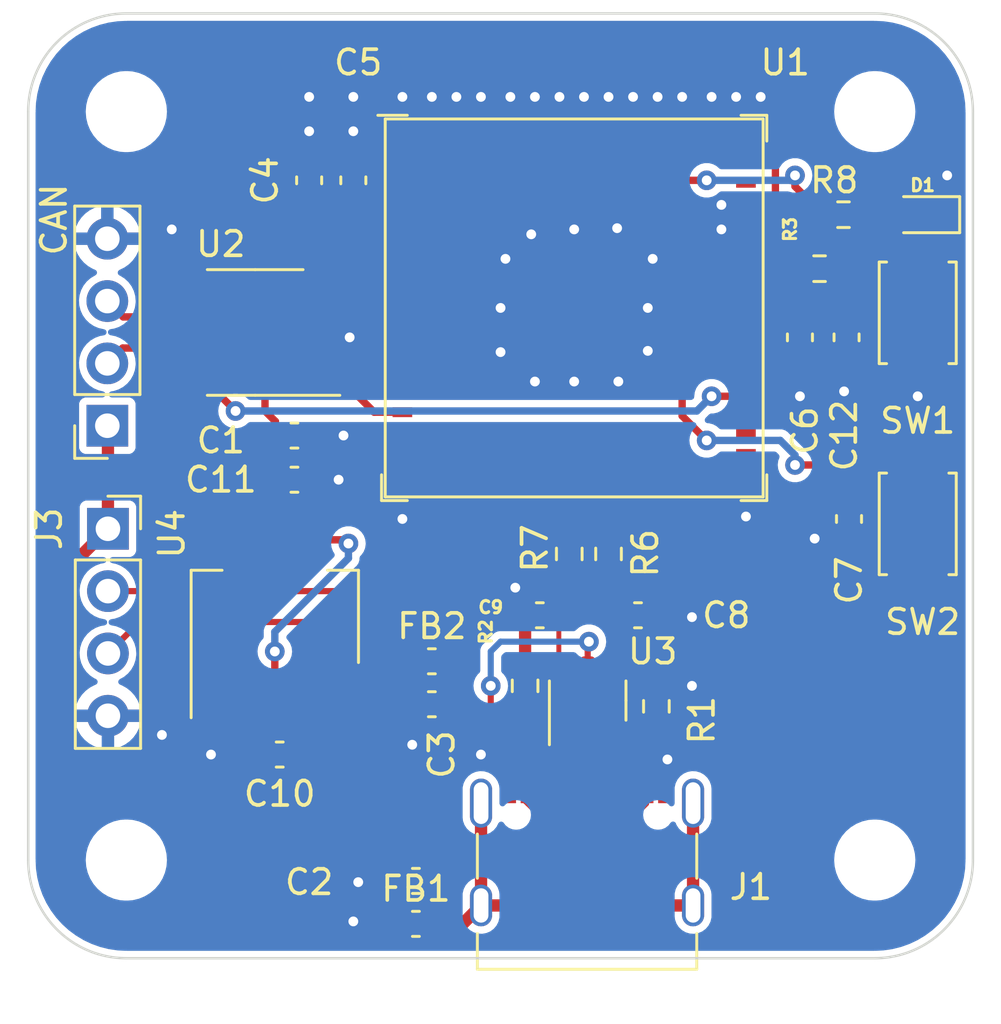
<source format=kicad_pcb>
(kicad_pcb (version 20211014) (generator pcbnew)
  (title_block (comment 4 "AISLER Project ID: DSACEIQH"))
  (layers (0 "F.Cu" signal) (31 "B.Cu" signal) (34 "B.Paste" user) (35 "F.Paste" user) (36 "B.SilkS" user "B.Silkscreen") (37 "F.SilkS" user "F.Silkscreen") (38 "B.Mask" user) (39 "F.Mask" user) (44 "Edge.Cuts" user))
  (net 0 "")
  (net 1 "GND")
  (net 2 "+3.3V")
  (net 3 "/BOOT")
  (net 4 "/IO1")
  (net 5 "/IO2")
  (net 6 "/IO3")
  (net 7 "/IO4")
  (net 8 "/IO5")
  (net 9 "/IO6")
  (net 10 "/IO7")
  (net 11 "/IO13")
  (net 12 "/IO14")
  (net 13 "/IO10")
  (net 14 "/IO11")
  (net 15 "/IO12")
  (net 16 "/CAN_Rx")
  (net 17 "/CAN_Tx")
  (net 18 "/IO15")
  (net 19 "/IO16")
  (net 20 "Net-(C2-Pad2)")
  (net 21 "Net-(D1-Pad2)")
  (net 23 "/IO21")
  (net 24 "/IO26")
  (net 25 "/IO47")
  (net 26 "/IO33")
  (net 27 "/IO34")
  (net 28 "/IO48")
  (net 29 "/IO35")
  (net 30 "/IO36")
  (net 31 "/IO37")
  (net 32 "/CAN_Rs")
  (net 33 "/IO39")
  (net 34 "/IO40")
  (net 35 "/IO41")
  (net 36 "/IO42")
  (net 37 "/IO43")
  (net 38 "/IO44")
  (net 39 "/IO45")
  (net 40 "/IO46")
  (net 41 "/EN")
  (net 43 "/CAN_L")
  (net 44 "/CAN_H")
  (net 45 "/D-")
  (net 46 "/D+")
  (net 47 "/USB_D+")
  (net 48 "VBUS")
  (net 49 "/USB_D-")
  (net 50 "+5V")
  (net 51 "Net-(J1-PadB5)")
  (net 52 "Net-(J1-PadA5)")
  (net 53 "/UART_TX")
  (net 54 "/UART_RX")
  (net 56 "Net-(R6-Pad2)")
  (net 57 "Net-(R7-Pad2)")
  (footprint "Capacitor_SMD:C_0603_1608Metric" (layer "F.Cu") (at 177.1 67.2 -90)
    (fp_text reference "C12" (at 4 0.1 90) (layer "F.SilkS"))
    (fp_text value "0.1uF")
    (pad "1" smd roundrect (at -0.775 0 270) (size 0.9 0.95) (layers "F.Cu" "F.Paste" "F.Mask") (net 41 "/EN"))
    (pad "2" smd roundrect (at 0.775 0 270) (size 0.9 0.95) (layers "F.Cu" "F.Paste" "F.Mask") (net 1 "GND"))
  )
  (footprint "Capacitor_SMD:C_0603_1608Metric" (layer "F.Cu") (at 155.2 60.8 90)
    (fp_text reference "C4" (at 0 -1.8 90) (layer "F.SilkS"))
    (fp_text value "22u")
    (pad "1" smd roundrect (at -0.775 0 90) (size 0.9 0.95) (layers "F.Cu" "F.Paste" "F.Mask") (net 2 "+3.3V"))
    (pad "2" smd roundrect (at 0.775 0 90) (size 0.9 0.95) (layers "F.Cu" "F.Paste" "F.Mask") (net 1 "GND"))
  )
  (footprint "Capacitor_SMD:C_0603_1608Metric" (layer "F.Cu") (at 159.55 89.35)
    (fp_text reference "C2" (at -4.35 0.05) (layer "F.SilkS"))
    (fp_text value "0.1u")
    (pad "1" smd roundrect (at -0.775 0) (size 0.9 0.95) (layers "F.Cu" "F.Paste" "F.Mask") (net 1 "GND"))
    (pad "2" smd roundrect (at 0.775 0) (size 0.9 0.95) (layers "F.Cu" "F.Paste" "F.Mask") (net 20 "Net-(C2-Pad2)"))
  )
  (footprint "Capacitor_SMD:C_0603_1608Metric" (layer "F.Cu") (at 157 60.8 90)
    (fp_text reference "C5" (at 4.8 0.2) (layer "F.SilkS"))
    (fp_text value "0.1u")
    (pad "1" smd roundrect (at -0.775 0 90) (size 0.9 0.95) (layers "F.Cu" "F.Paste" "F.Mask") (net 2 "+3.3V"))
    (pad "2" smd roundrect (at 0.775 0 90) (size 0.9 0.95) (layers "F.Cu" "F.Paste" "F.Mask") (net 1 "GND"))
  )
  (footprint "Connector_USB:USB_C_Receptacle_Palconn_UTC16-G" (layer "F.Cu") (at 166.525 88.11)
    (fp_text reference "J1" (at 6.675 1.49) (layer "F.SilkS"))
    (fp_text value "USB_C_Receptacle_USB2.0")
    (pad "" np_thru_hole circle (at -2.89 -1.45 180) (size 0.6 0.6) (drill 0.6) (layers *.Cu *.Mask))
    (pad "" np_thru_hole circle (at 2.89 -1.45 180) (size 0.6 0.6) (drill 0.6) (layers *.Cu *.Mask))
    (pad "A1" smd rect (at -3.2 -2.51) (size 0.6 1.16) (layers "F.Cu" "F.Paste" "F.Mask") (net 1 "GND"))
    (pad "A4" smd rect (at -2.4 -2.51) (size 0.6 1.16) (layers "F.Cu" "F.Paste" "F.Mask") (net 48 "VBUS"))
    (pad "A5" smd rect (at -1.25 -2.51 180) (size 0.3 1.16) (layers "F.Cu" "F.Paste" "F.Mask") (net 52 "Net-(J1-PadA5)"))
    (pad "A6" smd rect (at -0.25 -2.51 180) (size 0.3 1.16) (layers "F.Cu" "F.Paste" "F.Mask") (net 46 "/D+"))
    (pad "A7" smd rect (at 0.25 -2.51 180) (size 0.3 1.16) (layers "F.Cu" "F.Paste" "F.Mask") (net 45 "/D-"))
    (pad "A8" smd rect (at 1.25 -2.51 180) (size 0.3 1.16) (layers "F.Cu" "F.Paste" "F.Mask"))
    (pad "A9" smd rect (at 2.4 -2.51) (size 0.6 1.16) (layers "F.Cu" "F.Paste" "F.Mask") (net 48 "VBUS"))
    (pad "A12" smd rect (at 3.2 -2.51) (size 0.6 1.16) (layers "F.Cu" "F.Paste" "F.Mask") (net 1 "GND"))
    (pad "B1" smd rect (at 3.2 -2.51) (size 0.6 1.16) (layers "F.Cu" "F.Paste" "F.Mask") (net 1 "GND"))
    (pad "B4" smd rect (at 2.4 -2.51) (size 0.6 1.16) (layers "F.Cu" "F.Paste" "F.Mask") (net 48 "VBUS"))
    (pad "B5" smd rect (at 1.75 -2.51 180) (size 0.3 1.16) (layers "F.Cu" "F.Paste" "F.Mask") (net 51 "Net-(J1-PadB5)"))
    (pad "B6" smd rect (at 0.75 -2.51 180) (size 0.3 1.16) (layers "F.Cu" "F.Paste" "F.Mask") (net 46 "/D+"))
    (pad "B7" smd rect (at -0.75 -2.51 180) (size 0.3 1.16) (layers "F.Cu" "F.Paste" "F.Mask") (net 45 "/D-"))
    (pad "B8" smd rect (at -1.75 -2.51 180) (size 0.3 1.16) (layers "F.Cu" "F.Paste" "F.Mask"))
    (pad "B9" smd rect (at -2.4 -2.51) (size 0.6 1.16) (layers "F.Cu" "F.Paste" "F.Mask") (net 48 "VBUS"))
    (pad "B12" smd rect (at -3.2 -2.51) (size 0.6 1.16) (layers "F.Cu" "F.Paste" "F.Mask") (net 1 "GND"))
    (pad "S1" thru_hole oval (at -4.32 2.24 90) (size 1.7 0.9) (drill oval 1.4 0.6) (layers *.Cu *.Mask) (net 20 "Net-(C2-Pad2)"))
    (pad "S1" thru_hole oval (at 4.32 2.24 90) (size 1.7 0.9) (drill oval 1.4 0.6) (layers *.Cu *.Mask) (net 20 "Net-(C2-Pad2)"))
    (pad "S1" thru_hole oval (at 4.32 -1.93 90) (size 2 0.9) (drill oval 1.7 0.6) (layers *.Cu *.Mask) (net 20 "Net-(C2-Pad2)"))
    (pad "S1" thru_hole oval (at -4.32 -1.93 90) (size 2 0.9) (drill oval 1.7 0.6) (layers *.Cu *.Mask) (net 20 "Net-(C2-Pad2)"))
  )
  (footprint "Capacitor_SMD:C_0603_1608Metric" (layer "F.Cu") (at 154 84.2 180)
    (fp_text reference "C10" (at 0 -1.6) (layer "F.SilkS"))
    (fp_text value "10u")
    (pad "1" smd roundrect (at -0.775 0 180) (size 0.9 0.95) (layers "F.Cu" "F.Paste" "F.Mask") (net 50 "+5V"))
    (pad "2" smd roundrect (at 0.775 0 180) (size 0.9 0.95) (layers "F.Cu" "F.Paste" "F.Mask") (net 1 "GND"))
  )
  (footprint "Package_TO_SOT_SMD:SOT-23-6" (layer "F.Cu") (at 166.55 82 90)
    (fp_text reference "U3" (at 2 2.65) (layer "F.SilkS"))
    (fp_text value "USBLC6-2SC6")
    (pad "1" smd roundrect (at -1.1375 -0.95 90) (size 1.325 0.6) (layers "F.Cu" "F.Paste" "F.Mask") (net 45 "/D-"))
    (pad "2" smd roundrect (at -1.1375 0 90) (size 1.325 0.6) (layers "F.Cu" "F.Paste" "F.Mask") (net 1 "GND"))
    (pad "3" smd roundrect (at -1.1375 0.95 90) (size 1.325 0.6) (layers "F.Cu" "F.Paste" "F.Mask") (net 46 "/D+"))
    (pad "4" smd roundrect (at 1.1375 0.95 90) (size 1.325 0.6) (layers "F.Cu" "F.Paste" "F.Mask") (net 47 "/USB_D+"))
    (pad "5" smd roundrect (at 1.1375 0 90) (size 1.325 0.6) (layers "F.Cu" "F.Paste" "F.Mask") (net 48 "VBUS"))
    (pad "6" smd roundrect (at 1.1375 -0.95 90) (size 1.325 0.6) (layers "F.Cu" "F.Paste" "F.Mask") (net 49 "/USB_D-"))
  )
  (footprint "Connector_PinSocket_2.54mm:PinSocket_1x04_P2.54mm_Vertical" (layer "F.Cu") (at 147 75)
    (fp_text reference "J3" (at -2.4 0 90) (layer "F.SilkS"))
    (fp_text value "UART")
    (pad "1" thru_hole rect (at 0 0) (size 1.7 1.7) (drill 1) (layers *.Cu *.Mask) (net 50 "+5V"))
    (pad "2" thru_hole oval (at 0 2.54) (size 1.7 1.7) (drill 1) (layers *.Cu *.Mask) (net 53 "/UART_TX"))
    (pad "3" thru_hole oval (at 0 5.08) (size 1.7 1.7) (drill 1) (layers *.Cu *.Mask) (net 54 "/UART_RX"))
    (pad "4" thru_hole oval (at 0 7.62) (size 1.7 1.7) (drill 1) (layers *.Cu *.Mask) (net 1 "GND"))
  )
  (footprint "Capacitor_SMD:C_0603_1608Metric" (layer "F.Cu") (at 159.55 91.1)
    (fp_text reference "FB1" (at 0 -1.43) (layer "F.SilkS"))
    (fp_text value ">1A")
    (pad "1" smd roundrect (at -0.775 0) (size 0.9 0.95) (layers "F.Cu" "F.Paste" "F.Mask") (net 1 "GND"))
    (pad "2" smd roundrect (at 0.775 0) (size 0.9 0.95) (layers "F.Cu" "F.Paste" "F.Mask") (net 20 "Net-(C2-Pad2)"))
  )
  (footprint "Capacitor_SMD:C_0603_1608Metric" (layer "F.Cu") (at 164.6 78.525 180)
    (fp_text reference "C9" (at 2 0.325) (layer "F.SilkS") (effects (font (size 0.5 0.5) (thickness 0.125))))
    (fp_text value "22p")
    (pad "1" smd roundrect (at -0.775 0 180) (size 0.9 0.95) (layers "F.Cu" "F.Paste" "F.Mask") (net 49 "/USB_D-"))
    (pad "2" smd roundrect (at 0.775 0 180) (size 0.9 0.95) (layers "F.Cu" "F.Paste" "F.Mask") (net 1 "GND"))
  )
  (footprint "Resistor_SMD:R_0603_1608Metric" (layer "F.Cu") (at 164 81.4 90)
    (fp_text reference "R2" (at 2.2 -1.6 90) (layer "F.SilkS") (effects (font (size 0.5 0.5) (thickness 0.125))))
    (fp_text value "5.1k")
    (pad "1" smd roundrect (at -0.825 0 90) (size 0.8 0.95) (layers "F.Cu" "F.Paste" "F.Mask") (net 52 "Net-(J1-PadA5)"))
    (pad "2" smd roundrect (at 0.825 0 90) (size 0.8 0.95) (layers "F.Cu" "F.Paste" "F.Mask") (net 1 "GND"))
  )
  (footprint "Capacitor_SMD:C_0603_1608Metric" (layer "F.Cu") (at 160.2 80.4)
    (fp_text reference "FB2" (at 0 -1.43) (layer "F.SilkS"))
    (fp_text value ">1A")
    (pad "1" smd roundrect (at -0.775 0) (size 0.9 0.95) (layers "F.Cu" "F.Paste" "F.Mask") (net 50 "+5V"))
    (pad "2" smd roundrect (at 0.775 0) (size 0.9 0.95) (layers "F.Cu" "F.Paste" "F.Mask") (net 48 "VBUS"))
  )
  (footprint "Connector_PinSocket_2.54mm:PinSocket_1x04_P2.54mm_Vertical" (layer "F.Cu") (at 146.975 70.8 180)
    (fp_text reference "J2")
    (fp_text value "CAN" (at 2.175 8.4 90) (layer "F.SilkS"))
    (pad "1" thru_hole rect (at 0 0 180) (size 1.7 1.7) (drill 1) (layers *.Cu *.Mask) (net 50 "+5V"))
    (pad "2" thru_hole oval (at 0 2.54 180) (size 1.7 1.7) (drill 1) (layers *.Cu *.Mask) (net 44 "/CAN_H"))
    (pad "3" thru_hole oval (at 0 5.08 180) (size 1.7 1.7) (drill 1) (layers *.Cu *.Mask) (net 43 "/CAN_L"))
    (pad "4" thru_hole oval (at 0 7.62 180) (size 1.7 1.7) (drill 1) (layers *.Cu *.Mask) (net 1 "GND"))
  )
  (footprint "Capacitor_SMD:C_0603_1608Metric" (layer "F.Cu") (at 177.2 74.6 -90)
    (fp_text reference "C7" (at 2.5 0 90) (layer "F.SilkS"))
    (fp_text value "0.1u")
    (pad "1" smd roundrect (at -0.775 0 270) (size 0.9 0.95) (layers "F.Cu" "F.Paste" "F.Mask") (net 3 "/BOOT"))
    (pad "2" smd roundrect (at 0.775 0 270) (size 0.9 0.95) (layers "F.Cu" "F.Paste" "F.Mask") (net 1 "GND"))
  )
  (footprint "MountingHole:MountingHole_2.7mm_M2.5" (layer "F.Cu") (at 147.75 88.5)
    (fp_text reference "H1")
    (fp_text value "MountingHole")
    (pad "" np_thru_hole circle (at 0 0) (size 2.7 2.7) (drill 2.7) (layers *.Cu *.Mask))
  )
  (footprint "Resistor_SMD:R_0603_1608Metric" (layer "F.Cu") (at 165.8 76.025 90)
    (fp_text reference "R7" (at 0.23125 -1.4 90) (layer "F.SilkS"))
    (fp_text value "22r")
    (pad "1" smd roundrect (at -0.825 0 90) (size 0.8 0.95) (layers "F.Cu" "F.Paste" "F.Mask") (net 49 "/USB_D-"))
    (pad "2" smd roundrect (at 0.825 0 90) (size 0.8 0.95) (layers "F.Cu" "F.Paste" "F.Mask") (net 57 "Net-(R7-Pad2)"))
  )
  (footprint "Resistor_SMD:R_0603_1608Metric" (layer "F.Cu") (at 167.4 76.025 90)
    (fp_text reference "R6" (at 0.03125 1.5 90) (layer "F.SilkS"))
    (fp_text value "22r")
    (pad "1" smd roundrect (at -0.825 0 90) (size 0.8 0.95) (layers "F.Cu" "F.Paste" "F.Mask") (net 47 "/USB_D+"))
    (pad "2" smd roundrect (at 0.825 0 90) (size 0.8 0.95) (layers "F.Cu" "F.Paste" "F.Mask") (net 56 "Net-(R6-Pad2)"))
  )
  (footprint "Package_TO_SOT_SMD:SOT-223-3_TabPin2" (layer "F.Cu") (at 153.8 78.6 90)
    (fp_text reference "U4" (at 3.4 -4.2 90) (layer "F.SilkS"))
    (fp_text value "AMS1117-3.3")
    (pad "1" smd rect (at -3.15 -2.3 90) (size 2 1.5) (layers "F.Cu" "F.Paste" "F.Mask") (net 1 "GND"))
    (pad "2" smd rect (at 3.15 0 90) (size 2 3.8) (layers "F.Cu" "F.Paste" "F.Mask") (net 2 "+3.3V"))
    (pad "2" smd rect (at -3.15 0 90) (size 2 1.5) (layers "F.Cu" "F.Paste" "F.Mask") (net 2 "+3.3V"))
    (pad "3" smd rect (at -3.15 2.3 90) (size 2 1.5) (layers "F.Cu" "F.Paste" "F.Mask") (net 50 "+5V"))
  )
  (footprint "Resistor_SMD:R_0603_1608Metric" (layer "F.Cu") (at 169.35 82.235 90)
    (fp_text reference "R1" (at -0.565 1.85 90) (layer "F.SilkS"))
    (fp_text value "5.1k")
    (pad "1" smd roundrect (at -0.825 0 90) (size 0.8 0.95) (layers "F.Cu" "F.Paste" "F.Mask") (net 51 "Net-(J1-PadB5)"))
    (pad "2" smd roundrect (at 0.825 0 90) (size 0.8 0.95) (layers "F.Cu" "F.Paste" "F.Mask") (net 1 "GND"))
  )
  (footprint "Autrik:Alps_SKRK" (layer "F.Cu") (at 180 66.2 90)
    (fp_text reference "SW1" (at -4.4 0 180) (layer "F.SilkS"))
    (fp_text value "RESET")
    (pad "1" smd roundrect locked (at -2.1 0 90) (size 0.8 2) (layers "F.Cu" "F.Paste" "F.Mask") (net 1 "GND"))
    (pad "2" smd roundrect locked (at 2.1 0 90) (size 0.8 2) (layers "F.Cu" "F.Paste" "F.Mask") (net 41 "/EN"))
  )
  (footprint "MountingHole:MountingHole_2.7mm_M2.5" (layer "F.Cu") (at 147.75 58)
    (fp_text reference "H3")
    (fp_text value "MountingHole")
    (pad "" np_thru_hole circle (at 0 0) (size 2.7 2.7) (drill 2.7) (layers *.Cu *.Mask))
  )
  (footprint "Resistor_SMD:R_0603_1608Metric" (layer "F.Cu") (at 176 64.4 180)
    (fp_text reference "R3" (at 1.2 1.6 90) (layer "F.SilkS") (effects (font (size 0.5 0.5) (thickness 0.125))))
    (fp_text value "10k")
    (pad "1" smd roundrect (at -0.825 0 180) (size 0.8 0.95) (layers "F.Cu" "F.Paste" "F.Mask") (net 41 "/EN"))
    (pad "2" smd roundrect (at 0.825 0 180) (size 0.8 0.95) (layers "F.Cu" "F.Paste" "F.Mask") (net 2 "+3.3V"))
  )
  (footprint "Espressif:ESP32-S3-MINI-1U" (layer "F.Cu") (at 166 66)
    (fp_text reference "U1" (at 8.6 -10) (layer "F.SilkS"))
    (fp_text value "ESP32-S3-MINI-1")
    (pad "1" smd rect (at -7 -5.95 90) (size 0.4 0.8) (layers "F.Cu" "F.Paste" "F.Mask") (net 1 "GND"))
    (pad "2" smd rect (at -7 -5.1 90) (size 0.4 0.8) (layers "F.Cu" "F.Paste" "F.Mask") (net 1 "GND"))
    (pad "3" smd rect (at -7 -4.25 90) (size 0.4 0.8) (layers "F.Cu" "F.Paste" "F.Mask") (net 2 "+3.3V"))
    (pad "4" smd rect (at -7 -3.4 90) (size 0.4 0.8) (layers "F.Cu" "F.Paste" "F.Mask") (net 3 "/BOOT"))
    (pad "5" smd rect (at -7 -2.55 90) (size 0.4 0.8) (layers "F.Cu" "F.Paste" "F.Mask") (net 4 "/IO1"))
    (pad "6" smd rect (at -7 -1.7 90) (size 0.4 0.8) (layers "F.Cu" "F.Paste" "F.Mask") (net 5 "/IO2"))
    (pad "7" smd rect (at -7 -0.85 90) (size 0.4 0.8) (layers "F.Cu" "F.Paste" "F.Mask") (net 6 "/IO3"))
    (pad "8" smd rect (at -7 0 90) (size 0.4 0.8) (layers "F.Cu" "F.Paste" "F.Mask") (net 7 "/IO4"))
    (pad "9" smd rect (at -7 0.85 90) (size 0.4 0.8) (layers "F.Cu" "F.Paste" "F.Mask") (net 8 "/IO5"))
    (pad "10" smd rect (at -7 1.7 90) (size 0.4 0.8) (layers "F.Cu" "F.Paste" "F.Mask") (net 9 "/IO6"))
    (pad "11" smd rect (at -7 2.55 90) (size 0.4 0.8) (layers "F.Cu" "F.Paste" "F.Mask") (net 10 "/IO7"))
    (pad "12" smd rect (at -7 3.4 90) (size 0.4 0.8) (layers "F.Cu" "F.Paste" "F.Mask") (net 16 "/CAN_Rx"))
    (pad "13" smd rect (at -7 4.25 90) (size 0.4 0.8) (layers "F.Cu" "F.Paste" "F.Mask") (net 17 "/CAN_Tx"))
    (pad "14" smd rect (at -7 5.1 90) (size 0.4 0.8) (layers "F.Cu" "F.Paste" "F.Mask") (net 13 "/IO10"))
    (pad "15" smd rect (at -7 5.95 90) (size 0.4 0.8) (layers "F.Cu" "F.Paste" "F.Mask") (net 14 "/IO11"))
    (pad "16" smd rect (at -5.95 7) (size 0.4 0.8) (layers "F.Cu" "F.Paste" "F.Mask") (net 15 "/IO12"))
    (pad "17" smd rect (at -5.1 7) (size 0.4 0.8) (layers "F.Cu" "F.Paste" "F.Mask") (net 11 "/IO13"))
    (pad "18" smd rect (at -4.25 7) (size 0.4 0.8) (layers "F.Cu" "F.Paste" "F.Mask") (net 12 "/IO14"))
    (pad "19" smd rect (at -3.4 7) (size 0.4 0.8) (layers "F.Cu" "F.Paste" "F.Mask") (net 18 "/IO15"))
    (pad "20" smd rect (at -2.55 7) (size 0.4 0.8) (layers "F.Cu" "F.Paste" "F.Mask") (net 19 "/IO16"))
    (pad "21" smd rect (at -1.7 7) (size 0.4 0.8) (layers "F.Cu" "F.Paste" "F.Mask") (net 53 "/UART_TX"))
    (pad "22" smd rect (at -0.85 7) (size 0.4 0.8) (layers "F.Cu" "F.Paste" "F.Mask") (net 54 "/UART_RX"))
    (pad "23" smd rect (at 0 7) (size 0.4 0.8) (layers "F.Cu" "F.Paste" "F.Mask") (net 57 "Net-(R7-Pad2)"))
    (pad "24" smd rect (at 0.85 7) (size 0.4 0.8) (layers "F.Cu" "F.Paste" "F.Mask") (net 56 "Net-(R6-Pad2)"))
    (pad "25" smd rect (at 1.7 7) (size 0.4 0.8) (layers "F.Cu" "F.Paste" "F.Mask") (net 23 "/IO21"))
    (pad "26" smd rect (at 2.55 7) (size 0.4 0.8) (layers "F.Cu" "F.Paste" "F.Mask") (net 24 "/IO26"))
    (pad "27" smd rect (at 3.4 7) (size 0.4 0.8) (layers "F.Cu" "F.Paste" "F.Mask") (net 25 "/IO47"))
    (pad "28" smd rect (at 4.25 7) (size 0.4 0.8) (layers "F.Cu" "F.Paste" "F.Mask") (net 26 "/IO33"))
    (pad "29" smd rect (at 5.1 7) (size 0.4 0.8) (layers "F.Cu" "F.Paste" "F.Mask") (net 27 "/IO34"))
    (pad "30" smd rect (at 5.95 7) (size 0.4 0.8) (layers "F.Cu" "F.Paste" "F.Mask") (net 28 "/IO48"))
    (pad "31" smd rect (at 7 5.95 90) (size 0.4 0.8) (layers "F.Cu" "F.Paste" "F.Mask") (net 29 "/IO35"))
    (pad "32" smd rect (at 7 5.1 90) (size 0.4 0.8) (layers "F.Cu" "F.Paste" "F.Mask") (net 30 "/IO36"))
    (pad "33" smd rect (at 7 4.25 90) (size 0.4 0.8) (layers "F.Cu" "F.Paste" "F.Mask") (net 31 "/IO37"))
    (pad "34" smd rect (at 7 3.4 90) (size 0.4 0.8) (layers "F.Cu" "F.Paste" "F.Mask") (net 32 "/CAN_Rs"))
    (pad "35" smd rect (at 7 2.55 90) (size 0.4 0.8) (layers "F.Cu" "F.Paste" "F.Mask") (net 33 "/IO39"))
    (pad "36" smd rect (at 7 1.7 90) (size 0.4 0.8) (layers "F.Cu" "F.Paste" "F.Mask") (net 34 "/IO40"))
    (pad "37" smd rect (at 7 0.85 90) (size 0.4 0.8) (layers "F.Cu" "F.Paste" "F.Mask") (net 35 "/IO41"))
    (pad "38" smd rect (at 7 0 90) (size 0.4 0.8) (layers "F.Cu" "F.Paste" "F.Mask") (net 36 "/IO42"))
    (pad "39" smd rect (at 7 -0.85 90) (size 0.4 0.8) (layers "F.Cu" "F.Paste" "F.Mask") (net 37 "/IO43"))
    (pad "40" smd rect (at 7 -1.7 90) (size 0.4 0.8) (layers "F.Cu" "F.Paste" "F.Mask") (net 38 "/IO44"))
    (pad "41" smd rect (at 7 -2.55 90) (size 0.4 0.8) (layers "F.Cu" "F.Paste" "F.Mask") (net 39 "/IO45"))
    (pad "42" smd rect (at 7 -3.4 90) (size 0.4 0.8) (layers "F.Cu" "F.Paste" "F.Mask") (net 1 "GND"))
    (pad "43" smd rect (at 7 -4.25 90) (size 0.4 0.8) (layers "F.Cu" "F.Paste" "F.Mask") (net 1 "GND"))
    (pad "44" smd rect (at 7 -5.1 90) (size 0.4 0.8) (layers "F.Cu" "F.Paste" "F.Mask") (net 40 "/IO46"))
    (pad "45" smd rect (at 7 -5.95 90) (size 0.4 0.8) (layers "F.Cu" "F.Paste" "F.Mask") (net 41 "/EN"))
    (pad "46" smd rect (at 1.65 -1.65) (size 1.2 1.2) (layers "F.Cu" "F.Paste" "F.Mask") (net 1 "GND"))
    (pad "46" smd rect (at -1.7 -7) (size 0.4 0.8) (layers "F.Cu" "F.Paste" "F.Mask") (net 1 "GND"))
    (pad "46" smd rect (at 7 7 180) (size 0.8 0.8) (layers "F.Cu" "F.Paste" "F.Mask") (net 1 "GND"))
    (pad "46" smd rect (at 0.85 -7) (size 0.4 0.8) (layers "F.Cu" "F.Paste" "F.Mask") (net 1 "GND"))
    (pad "46" smd rect (at -0.85 -7) (size 0.4 0.8) (layers "F.Cu" "F.Paste" "F.Mask") (net 1 "GND"))
    (pad "46" smd rect (at -7 7 180) (size 0.8 0.8) (layers "F.Cu" "F.Paste" "F.Mask") (net 1 "GND"))
    (pad "46" smd rect (at -1.65 1.65) (size 1.2 1.2) (layers "F.Cu" "F.Paste" "F.Mask") (net 1 "GND"))
    (pad "46" smd rect (at 4.25 -7) (size 0.4 0.8) (layers "F.Cu" "F.Paste" "F.Mask") (net 1 "GND"))
    (pad "46" smd rect (at 3.4 -7) (size 0.4 0.8) (layers "F.Cu" "F.Paste" "F.Mask") (net 1 "GND"))
    (pad "46" smd custom (at -1.65 -1.65) (size 0.6 0.6) (layers "F.Cu" "F.Paste" "F.Mask") (net 1 "GND") (options (clearance outline) (anchor rect)) (primitives (gr_poly (pts (xy 0.6 0.6) (xy -0.6 0.6) (xy -0.6 0) (xy 0 -0.6) (xy 0.6 -0.6)) (width 0) (fill yes))))
    (pad "46" smd rect (at -3.4 -7) (size 0.4 0.8) (layers "F.Cu" "F.Paste" "F.Mask") (net 1 "GND"))
    (pad "46" smd rect (at 1.7 -7) (size 0.4 0.8) (layers "F.Cu" "F.Paste" "F.Mask") (net 1 "GND"))
    (pad "46" smd rect (at -7 -7 180) (size 0.8 0.8) (layers "F.Cu" "F.Paste" "F.Mask") (net 1 "GND"))
    (pad "46" smd rect (at 0 0) (size 1.2 1.2) (layers "F.Cu" "F.Paste" "F.Mask") (net 1 "GND"))
    (pad "46" smd rect (at -2.55 -7) (size 0.4 0.8) (layers "F.Cu" "F.Paste" "F.Mask") (net 1 "GND"))
    (pad "46" smd rect (at 2.55 -7) (size 0.4 0.8) (layers "F.Cu" "F.Paste" "F.Mask") (net 1 "GND"))
    (pad "46" smd rect (at -1.65 0) (size 1.2 1.2) (layers "F.Cu" "F.Paste" "F.Mask") (net 1 "GND"))
    (pad "46" smd rect (at 0 1.65) (size 1.2 1.2) (layers "F.Cu" "F.Paste" "F.Mask") (net 1 "GND"))
    (pad "46" smd rect (at 1.65 0) (size 1.2 1.2) (layers "F.Cu" "F.Paste" "F.Mask") (net 1 "GND"))
    (pad "46" smd rect (at -5.95 -7) (size 0.4 0.8) (layers "F.Cu" "F.Paste" "F.Mask") (net 1 "GND"))
    (pad "46" smd rect (at 1.65 1.65) (size 1.2 1.2) (layers "F.Cu" "F.Paste" "F.Mask") (net 1 "GND"))
    (pad "46" smd rect (at 5.95 -7) (size 0.4 0.8) (layers "F.Cu" "F.Paste" "F.Mask") (net 1 "GND"))
    (pad "46" smd rect (at 7 -7 180) (size 0.8 0.8) (layers "F.Cu" "F.Paste" "F.Mask") (net 1 "GND"))
    (pad "46" smd rect (at 0 -1.65) (size 1.2 1.2) (layers "F.Cu" "F.Paste" "F.Mask") (net 1 "GND"))
    (pad "46" smd rect (at -4.25 -7) (size 0.4 0.8) (layers "F.Cu" "F.Paste" "F.Mask") (net 1 "GND"))
    (pad "46" smd rect (at -5.1 -7) (size 0.4 0.8) (layers "F.Cu" "F.Paste" "F.Mask") (net 1 "GND"))
    (pad "46" smd rect (at 5.1 -7) (size 0.4 0.8) (layers "F.Cu" "F.Paste" "F.Mask") (net 1 "GND"))
    (pad "46" smd rect (at 0 -7) (size 0.4 0.8) (layers "F.Cu" "F.Paste" "F.Mask") (net 1 "GND"))
  )
  (footprint "Package_SO:SOIC-8_3.9x4.9mm_P1.27mm" (layer "F.Cu") (at 153 67 180)
    (fp_text reference "U2" (at 1.4 3.6) (layer "F.SilkS"))
    (fp_text value "SN65HVD230")
    (pad "1" smd roundrect (at -2.475 -1.905 180) (size 1.95 0.6) (layers "F.Cu" "F.Paste" "F.Mask") (net 17 "/CAN_Tx"))
    (pad "2" smd roundrect (at -2.475 -0.635 180) (size 1.95 0.6) (layers "F.Cu" "F.Paste" "F.Mask") (net 1 "GND"))
    (pad "3" smd roundrect (at -2.475 0.635 180) (size 1.95 0.6) (layers "F.Cu" "F.Paste" "F.Mask") (net 2 "+3.3V"))
    (pad "4" smd roundrect (at -2.475 1.905 180) (size 1.95 0.6) (layers "F.Cu" "F.Paste" "F.Mask") (net 16 "/CAN_Rx"))
    (pad "5" smd roundrect (at 2.475 1.905 180) (size 1.95 0.6) (layers "F.Cu" "F.Paste" "F.Mask"))
    (pad "6" smd roundrect (at 2.475 0.635 180) (size 1.95 0.6) (layers "F.Cu" "F.Paste" "F.Mask") (net 43 "/CAN_L"))
    (pad "7" smd roundrect (at 2.475 -0.635 180) (size 1.95 0.6) (layers "F.Cu" "F.Paste" "F.Mask") (net 44 "/CAN_H"))
    (pad "8" smd roundrect (at 2.475 -1.905 180) (size 1.95 0.6) (layers "F.Cu" "F.Paste" "F.Mask") (net 32 "/CAN_Rs"))
  )
  (footprint "Capacitor_SMD:C_0603_1608Metric" (layer "F.Cu") (at 175.2 67.2 -90)
    (fp_text reference "C6" (at 3.8 -0.2 90) (layer "F.SilkS"))
    (fp_text value "0.1u")
    (pad "1" smd roundrect (at -0.775 0 270) (size 0.9 0.95) (layers "F.Cu" "F.Paste" "F.Mask") (net 41 "/EN"))
    (pad "2" smd roundrect (at 0.775 0 270) (size 0.9 0.95) (layers "F.Cu" "F.Paste" "F.Mask") (net 1 "GND"))
  )
  (footprint "MountingHole:MountingHole_2.7mm_M2.5" (layer "F.Cu") (at 178.25 88.5)
    (fp_text reference "H2")
    (fp_text value "MountingHole")
    (pad "" np_thru_hole circle (at 0 0) (size 2.7 2.7) (drill 2.7) (layers *.Cu *.Mask))
  )
  (footprint "LED_SMD:LED_0603_1608Metric" (layer "F.Cu") (at 180.225 62.2 180)
    (fp_text reference "D1" (at 0.025 1.2) (layer "F.SilkS") (effects (font (size 0.5 0.5) (thickness 0.125))))
    (fp_text value "LED")
    (pad "1" smd roundrect (at -0.7875 0 180) (size 0.875 0.95) (layers "F.Cu" "F.Paste" "F.Mask") (net 1 "GND"))
    (pad "2" smd roundrect (at 0.7875 0 180) (size 0.875 0.95) (layers "F.Cu" "F.Paste" "F.Mask") (net 21 "Net-(D1-Pad2)"))
  )
  (footprint "Capacitor_SMD:C_0603_1608Metric" (layer "F.Cu") (at 154.6 73)
    (fp_text reference "C11" (at -3 0) (layer "F.SilkS"))
    (fp_text value "4.7u")
    (pad "1" smd roundrect (at -0.775 0) (size 0.9 0.95) (layers "F.Cu" "F.Paste" "F.Mask") (net 2 "+3.3V"))
    (pad "2" smd roundrect (at 0.775 0) (size 0.9 0.95) (layers "F.Cu" "F.Paste" "F.Mask") (net 1 "GND"))
  )
  (footprint "Resistor_SMD:R_0603_1608Metric" (layer "F.Cu") (at 176.975 62.2)
    (fp_text reference "R8" (at -0.375 -1.4) (layer "F.SilkS"))
    (fp_text value "100r")
    (pad "1" smd roundrect (at -0.825 0) (size 0.8 0.95) (layers "F.Cu" "F.Paste" "F.Mask") (net 2 "+3.3V"))
    (pad "2" smd roundrect (at 0.825 0) (size 0.8 0.95) (layers "F.Cu" "F.Paste" "F.Mask") (net 21 "Net-(D1-Pad2)"))
  )
  (footprint "Capacitor_SMD:C_0603_1608Metric" (layer "F.Cu") (at 154.6 71.2)
    (fp_text reference "C1" (at -3 0.2) (layer "F.SilkS"))
    (fp_text value "100nF")
    (pad "1" smd roundrect (at -0.775 0) (size 0.9 0.95) (layers "F.Cu" "F.Paste" "F.Mask") (net 2 "+3.3V"))
    (pad "2" smd roundrect (at 0.775 0) (size 0.9 0.95) (layers "F.Cu" "F.Paste" "F.Mask") (net 1 "GND"))
  )
  (footprint "Capacitor_SMD:C_0603_1608Metric" (layer "F.Cu") (at 168.6 78.525 180)
    (fp_text reference "C8" (at -3.6 0) (layer "F.SilkS"))
    (fp_text value "22p")
    (pad "1" smd roundrect (at -0.775 0 180) (size 0.9 0.95) (layers "F.Cu" "F.Paste" "F.Mask") (net 1 "GND"))
    (pad "2" smd roundrect (at 0.775 0 180) (size 0.9 0.95) (layers "F.Cu" "F.Paste" "F.Mask") (net 47 "/USB_D+"))
  )
  (footprint "Autrik:Alps_SKRK" (layer "F.Cu") (at 180 74.8 90)
    (fp_text reference "SW2" (at -4 0.2) (layer "F.SilkS"))
    (fp_text value "BOOT")
    (pad "1" smd roundrect locked (at -2.1 0 90) (size 0.8 2) (layers "F.Cu" "F.Paste" "F.Mask") (net 1 "GND"))
    (pad "2" smd roundrect locked (at 2.1 0 90) (size 0.8 2) (layers "F.Cu" "F.Paste" "F.Mask") (net 3 "/BOOT"))
  )
  (footprint "MountingHole:MountingHole_2.7mm_M2.5" (layer "F.Cu") (at 178.25 58)
    (fp_text reference "H4")
    (fp_text value "MountingHole")
    (pad "" np_thru_hole circle (at 0 0) (size 2.7 2.7) (drill 2.7) (layers *.Cu *.Mask))
  )
  (footprint "Capacitor_SMD:C_0603_1608Metric" (layer "F.Cu") (at 160.2 82.15)
    (fp_text reference "C3" (at 0.4 2.05 90) (layer "F.SilkS"))
    (fp_text value "0.1u")
    (pad "1" smd roundrect (at -0.775 0) (size 0.9 0.95) (layers "F.Cu" "F.Paste" "F.Mask") (net 1 "GND"))
    (pad "2" smd roundrect (at 0.775 0) (size 0.9 0.95) (layers "F.Cu" "F.Paste" "F.Mask") (net 48 "VBUS"))
  )
  (gr_arc (start 182.25 88.5) (mid 181.078427 91.328427) (end 178.25 92.5) (layer "Edge.Cuts") (width 0.1))
  (gr_arc (start 178.25 54) (mid 181.078427 55.171573) (end 182.25 58) (layer "Edge.Cuts") (width 0.1))
  (gr_line (start 182.25 88.5) (end 182.25 58) (layer "Edge.Cuts") (width 0.1))
  (gr_arc (start 147.75 92.5) (mid 144.921573 91.328427) (end 143.75 88.5) (layer "Edge.Cuts") (width 0.1))
  (gr_line (start 143.75 58) (end 143.75 88.5) (layer "Edge.Cuts") (width 0.1))
  (gr_line (start 178.25 92.5) (end 147.75 92.5) (layer "Edge.Cuts") (width 0.1))
  (gr_line (start 178.25 54) (end 147.75 54) (layer "Edge.Cuts") (width 0.1))
  (gr_arc (start 143.75 58) (mid 144.921573 55.171573) (end 147.75 54) (layer "Edge.Cuts") (width 0.1))
  (segment (start 177.1 67.975) (end 177.1 69.3) (width 0.3) (layer "F.Cu") (net 1))
  (segment (start 163.825 77.625) (end 163.6 77.4) (width 0.5) (layer "F.Cu") (net 1))
  (segment (start 164.4 69.1) (end 164.4 69) (width 0.5) (layer "F.Cu") (net 1))
  (segment (start 173 62.6) (end 172.2 62.6) (width 0.5) (layer "F.Cu") (net 1))
  (segment (start 177.1 69.3) (end 177 69.4) (width 0.3) (layer "F.Cu") (net 1))
  (segment (start 159.425 82.15) (end 159.425 83.775) (width 0.5) (layer "F.Cu") (net 1))
  (segment (start 181.0125 60.7875) (end 181.2 60.6) (width 0.3) (layer "F.Cu") (net 1))
  (segment (start 169.35 81.41) (end 170.79 81.41) (width 0.5) (layer "F.Cu") (net 1))
  (segment (start 175.825 75.375) (end 175.8 75.4) (width 0.3) (layer "F.Cu") (net 1))
  (segment (start 146.975 63.18) (end 149.22 63.18) (width 0.5) (layer "F.Cu") (net 1))
  (segment (start 155.375 73) (end 156.4 73) (width 0.5) (layer "F.Cu") (net 1))
  (segment (start 163.325 85.6) (end 163.325 85.325) (width 0.5) (layer "F.Cu") (net 1))
  (segment (start 158.775 91.1) (end 157.1 91.1) (width 0.5) (layer "F.Cu") (net 1))
  (segment (start 166.55 83.1375) (end 166.55 82.753249) (width 0.25) (layer "F.Cu") (net 1))
  (segment (start 167.303249 82) (end 168.76 82) (width 0.25) (layer "F.Cu") (net 1))
  (segment (start 157.1 91.1) (end 157 91) (width 0.5) (layer "F.Cu") (net 1))
  (segment (start 181.0125 62.2) (end 181.0125 60.7875) (width 0.3) (layer "F.Cu") (net 1))
  (segment (start 164.35 69.15) (end 164.4 69.1) (width 0.5) (layer "F.Cu") (net 1))
  (segment (start 180 68.3) (end 180 69.6) (width 0.3) (layer "F.Cu") (net 1))
  (segment (start 166.55 82.753249) (end 167.303249 82) (width 0.25) (layer "F.Cu") (net 1))
  (segment (start 157.25 89.35) (end 157.2 89.4) (width 0.5) (layer "F.Cu") (net 1))
  (segment (start 172.2 62.6) (end 172 62.8) (width 0.5) (layer "F.Cu") (net 1))
  (segment (start 149.22 63.18) (end 149.6 62.8) (width 0.5) (layer "F.Cu") (net 1))
  (segment (start 164.25 62.95) (end 164.25 63) (width 0.5) (layer "F.Cu") (net 1))
  (segment (start 169.725 84.475) (end 169.8 84.4) (width 0.25) (layer "F.Cu") (net 1))
  (segment (start 169.725 85.6) (end 169.725 84.475) (width 0.25) (layer "F.Cu") (net 1))
  (segment (start 167.65 62.85) (end 167.75 62.75) (width 0.5) (layer "F.Cu") (net 1))
  (segment (start 147 82.62) (end 148.42 82.62) (width 0.5) (layer "F.Cu") (net 1))
  (segment (start 155.475 67.635) (end 156.4155 67.635) (width 0.3) (layer "F.Cu") (net 1))
  (segment (start 151.5 82.475) (end 153.225 84.2) (width 0.5) (layer "F.Cu") (net 1))
  (segment (start 158.775 89.35) (end 157.25 89.35) (width 0.5) (layer "F.Cu") (net 1))
  (segment (start 168.76 82) (end 169.35 81.41) (width 0.25) (layer "F.Cu") (net 1))
  (segment (start 170.725 78.525) (end 170.8 78.6) (width 0.5) (layer "F.Cu") (net 1))
  (segment (start 170.79 81.41) (end 170.8 81.4) (width 0.5) (layer "F.Cu") (net 1))
  (segment (start 156.4155 67.635) (end 156.8505 67.2) (width 0.3) (layer "F.Cu") (net 1))
  (segment (start 177.2 75.375) (end 175.825 75.375) (width 0.3) (layer "F.Cu") (net 1))
  (segment (start 175.2 67.975) (end 175.2 69.6) (width 0.3) (layer "F.Cu") (net 1))
  (segment (start 173 61.75) (end 172.05 61.75) (width 0.5) (layer "F.Cu") (net 1))
  (segment (start 148.42 82.62) (end 149.2 83.4) (width 0.5) (layer "F.Cu") (net 1))
  (segment (start 159 73) (end 159 74.6) (width 0.5) (layer "F.Cu") (net 1))
  (segment (start 173 73) (end 173 74.5) (width 0.5) (layer "F.Cu") (net 1))
  (segment (start 163.325 85.325) (end 162.2 84.2) (width 0.5) (layer "F.Cu") (net 1))
  (segment (start 151.5 81.75) (end 151.5 82.475) (width 0.5) (layer "F.Cu") (net 1))
  (segment (start 169.375 78.525) (end 170.725 78.525) (width 0.5) (layer "F.Cu") (net 1))
  (segment (start 153.225 84.2) (end 151.2 84.2) (width 0.5) (layer "F.Cu") (net 1))
  (segment (start 164.35 62.85) (end 164.25 62.95) (width 0.5) (layer "F.Cu") (net 1))
  (segment (start 163.825 78.525) (end 163.825 77.625) (width 0.5) (layer "F.Cu") (net 1))
  (segment (start 164 78.7) (end 163.825 78.525) (width 0.5) (layer "F.Cu") (net 1))
  (segment (start 155.375 71.2) (end 156.6 71.2) (width 0.5) (layer "F.Cu") (net 1))
  (segment (start 172.05 61.75) (end 172 61.8) (width 0.5) (layer "F.Cu") (net 1))
  (segment (start 164 80.575) (end 164 78.7) (width 0.5) (layer "F.Cu") (net 1))
  (segment (start 178.725 76.9) (end 180 76.9) (width 0.3) (layer "F.Cu") (net 1))
  (segment (start 177.2 75.375) (end 178.725 76.9) (width 0.3) (layer "F.Cu") (net 1))
  (segment (start 159.425 83.775) (end 159.4 83.8) (width 0.5) (layer "F.Cu") (net 1))
  (via (at 157 91) (size 0.8) (drill 0.4) (layers "F.Cu" "B.Cu") (net 1))
  (via (at 170.4 57.4) (size 0.8) (drill 0.4) (layers "F.Cu" "B.Cu") (net 1))
  (via (at 167.75 62.75) (size 0.8) (drill 0.4) (layers "F.Cu" "B.Cu") (net 1))
  (via (at 175.2 69.6) (size 0.8) (drill 0.4) (layers "F.Cu" "B.Cu") (net 1))
  (via (at 170.8 81.4) (size 0.8) (drill 0.4) (layers "F.Cu" "B.Cu") (net 1))
  (via (at 151.2 84.2) (size 0.8) (drill 0.4) (layers "F.Cu" "B.Cu") (net 1))
  (via (at 163.4 57.4) (size 0.8) (drill 0.4) (layers "F.Cu" "B.Cu") (net 1))
  (via (at 169 66) (size 0.8) (drill 0.4) (layers "F.Cu" "B.Cu") (net 1))
  (via (at 149.6 62.8) (size 0.8) (drill 0.4) (layers "F.Cu" "B.Cu") (net 1))
  (via (at 157.2 89.4) (size 0.8) (drill 0.4) (layers "F.Cu" "B.Cu") (net 1))
  (via (at 163 66) (size 0.8) (drill 0.4) (layers "F.Cu" "B.Cu") (net 1))
  (via (at 168.4 57.4) (size 0.8) (drill 0.4) (layers "F.Cu" "B.Cu") (net 1))
  (via (at 163.2 64) (size 0.8) (drill 0.4) (layers "F.Cu" "B.Cu") (net 1))
  (via (at 166.4 57.4) (size 0.8) (drill 0.4) (layers "F.Cu" "B.Cu") (net 1))
  (via (at 161.2 57.4) (size 0.8) (drill 0.4) (layers "F.Cu" "B.Cu") (net 1))
  (via (at 167.4 57.4) (size 0.8) (drill 0.4) (layers "F.Cu" "B.Cu") (net 1))
  (via (at 156.6 71.2) (size 0.8) (drill 0.4) (layers "F.Cu" "B.Cu") (net 1))
  (via (at 169 67.75) (size 0.8) (drill 0.4) (layers "F.Cu" "B.Cu") (net 1))
  (via (at 155.2 57.4) (size 0.8) (drill 0.4) (layers "F.Cu" "B.Cu") (net 1))
  (via (at 149.2 83.4) (size 0.8) (drill 0.4) (layers "F.Cu" "B.Cu") (net 1))
  (via (at 172 62.8) (size 0.8) (drill 0.4) (layers "F.Cu" "B.Cu") (net 1))
  (via (at 167.8 69) (size 0.8) (drill 0.4) (layers "F.Cu" "B.Cu") (net 1))
  (via (at 157 58.8) (size 0.8) (drill 0.4) (layers "F.Cu" "B.Cu") (net 1))
  (via (at 172 61.8) (size 0.8) (drill 0.4) (layers "F.Cu" "B.Cu") (net 1))
  (via (at 166 62.8) (size 0.8) (drill 0.4) (layers "F.Cu" "B.Cu") (net 1))
  (via (at 169.4 57.4) (size 0.8) (drill 0.4) (layers "F.Cu" "B.Cu") (net 1))
  (via (at 162.2 57.4) (size 0.8) (drill 0.4) (layers "F.Cu" "B.Cu") (net 1))
  (via (at 169.2 64) (size 0.8) (drill 0.4) (layers "F.Cu" "B.Cu") (net 1))
  (via (at 156.8505 67.2) (size 0.8) (drill 0.4) (layers "F.Cu" "B.Cu") (net 1))
  (via (at 159.4 83.8) (size 0.8) (drill 0.4) (layers "F.Cu" "B.Cu") (net 1))
  (via (at 181.2 60.6) (size 0.8) (drill 0.4) (layers "F.Cu" "B.Cu") (net 1))
  (via (at 170.8 78.6) (size 0.8) (drill 0.4) (layers "F.Cu" "B.Cu") (net 1))
  (via (at 172.6 57.4) (size 0.8) (drill 0.4) (layers "F.Cu" "B.Cu") (net 1))
  (via (at 171.6 57.4) (size 0.8) (drill 0.4) (layers "F.Cu" "B.Cu") (net 1))
  (via (at 157 57.4) (size 0.8) (drill 0.4) (layers "F.Cu" "B.Cu") (net 1))
  (via (at 173.6 57.4) (size 0.8) (drill 0.4) (layers "F.Cu" "B.Cu") (net 1))
  (via (at 175.8 75.4) (size 0.8) (drill 0.4) (layers "F.Cu" "B.Cu") (net 1))
  (via (at 159 57.4) (size 0.8) (drill 0.4) (layers "F.Cu" "B.Cu") (net 1))
  (via (at 159 74.6) (size 0.8) (drill 0.4) (layers "F.Cu" "B.Cu") (net 1))
  (via (at 169.8 84.4) (size 0.8) (drill 0.4) (layers "F.Cu" "B.Cu") (net 1))
  (via (at 155.2 58.8) (size 0.8) (drill 0.4) (layers "F.Cu" "B.Cu") (net 1))
  (via (at 173 74.5) (size 0.8) (drill 0.4) (layers "F.Cu" "B.Cu") (net 1))
  (via (at 164.4 57.4) (size 0.8) (drill 0.4) (layers "F.Cu" "B.Cu") (net 1))
  (via (at 165.4 57.4) (size 0.8) (drill 0.4) (layers "F.Cu" "B.Cu") (net 1))
  (via (at 163.6 77.4) (size 0.8) (drill 0.4) (layers "F.Cu" "B.Cu") (net 1))
  (via (at 162.2 84.2) (size 0.8) (drill 0.4) (layers "F.Cu" "B.Cu") (net 1))
  (via (at 156.4 73) (size 0.8) (drill 0.4) (layers "F.Cu" "B.Cu") (net 1))
  (via (at 164.4 69) (size 0.8) (drill 0.4) (layers "F.Cu" "B.Cu") (net 1))
  (via (at 164.25 63) (size 0.8) (drill 0.4) (layers "F.Cu" "B.Cu") (net 1))
  (via (at 166 69) (size 0.8) (drill 0.4) (layers "F.Cu" "B.Cu") (net 1))
  (via (at 160.2 57.4) (size 0.8) (drill 0.4) (layers "F.Cu" "B.Cu") (net 1))
  (via (at 163 67.8) (size 0.8) (drill 0.4) (layers "F.Cu" "B.Cu") (net 1))
  (via (at 177 69.4) (size 0.8) (drill 0.4) (layers "F.Cu" "B.Cu") (net 1))
  (via (at 180 69.6) (size 0.8) (drill 0.4) (layers "F.Cu" "B.Cu") (net 1))
  (segment (start 155.44 66.4) (end 155.475 66.365) (width 0.3) (layer "F.Cu") (net 2))
  (segment (start 153.8 73.025) (end 153.825 73) (width 0.3) (layer "F.Cu") (net 2))
  (segment (start 153.825 73) (end 153.825 71.2) (width 0.3) (layer "F.Cu") (net 2))
  (segment (start 160.25 61.75) (end 160.6 61.4) (width 0.3) (layer "F.Cu") (net 2))
  (segment (start 153.4 70.2) (end 153.4 66.4) (width 0.3) (layer "F.Cu") (net 2))
  (segment (start 159 61.75) (end 160.25 61.75) (width 0.3) (layer "F.Cu") (net 2))
  (segment (start 161.2 60.8) (end 170 60.8) (width 0.3) (layer "F.Cu") (net 2))
  (segment (start 153.8 81.75) (end 153.8 80) (width 0.3) (layer "F.Cu") (net 2))
  (segment (start 153.4 66.4) (end 155.44 66.4) (width 0.3) (layer "F.Cu") (net 2))
  (segment (start 176.15 62.2) (end 176.15 62.65) (width 0.3) (layer "F.Cu") (net 2))
  (segment (start 176.15 62.65) (end 175.175 63.625) (width 0.3) (layer "F.Cu") (net 2))
  (segment (start 157.175 61.75) (end 157 61.575) (width 0.3) (layer "F.Cu") (net 2))
  (segment (start 175 60.6) (end 175 61.05) (width 0.3) (layer "F.Cu") (net 2))
  (segment (start 155.2 61.8) (end 153.4 63.6) (width 0.3) (layer "F.Cu") (net 2))
  (segment (start 175 61.05) (end 176.15 62.2) (width 0.3) (layer "F.Cu") (net 2))
  (segment (start 175.175 63.625) (end 175.175 64.4) (width 0.3) (layer "F.Cu") (net 2))
  (segment (start 153.8 75.45) (end 153.8 73.025) (width 0.3) (layer "F.Cu") (net 2))
  (segment (start 159 61.75) (end 157.175 61.75) (width 0.3) (layer "F.Cu") (net 2))
  (segment (start 153.825 71.2) (end 153.825 70.625) (width 0.3) (layer "F.Cu") (net 2))
  (segment (start 155.2 61.575) (end 155.2 61.8) (width 0.3) (layer "F.Cu") (net 2))
  (segment (start 156.65 75.45) (end 153.8 75.45) (width 0.3) (layer "F.Cu") (net 2))
  (segment (start 160.6 61.4) (end 161.2 60.8) (width 0.3) (layer "F.Cu") (net 2))
  (segment (start 153.4 63.6) (end 153.4 66.4) (width 0.3) (layer "F.Cu") (net 2))
  (segment (start 153.825 70.625) (end 153.4 70.2) (width 0.3) (layer "F.Cu") (net 2))
  (segment (start 157 61.575) (end 155.2 61.575) (width 0.3) (layer "F.Cu") (net 2))
  (segment (start 156.8 75.6) (end 156.65 75.45) (width 0.3) (layer "F.Cu") (net 2))
  (segment (start 170 60.8) (end 171.4 60.8) (width 0.3) (layer "F.Cu") (net 2))
  (via (at 171.4 60.8) (size 0.8) (drill 0.4) (layers "F.Cu" "B.Cu") (net 2))
  (via (at 175 60.6) (size 0.8) (drill 0.4) (layers "F.Cu" "B.Cu") (net 2))
  (via (at 153.8 80) (size 0.8) (drill 0.4) (layers "F.Cu" "B.Cu") (net 2))
  (via (at 156.8 75.6) (size 0.8) (drill 0.4) (layers "F.Cu" "B.Cu") (net 2))
  (segment (start 156.8 76.2) (end 156.8 75.6) (width 0.3) (layer "B.Cu") (net 2))
  (segment (start 153.8 80) (end 153.8 79.2) (width 0.3) (layer "B.Cu") (net 2))
  (segment (start 171.4 60.8) (end 174.8 60.8) (width 0.3) (layer "B.Cu") (net 2))
  (segment (start 153.8 79.2) (end 156.8 76.2) (width 0.3) (layer "B.Cu") (net 2))
  (segment (start 174.8 60.8) (end 175 60.6) (width 0.3) (layer "B.Cu") (net 2))
  (segment (start 161 62.6) (end 161.2 62.4) (width 0.3) (layer "F.Cu") (net 3))
  (segment (start 162 61.6) (end 170.4 61.6) (width 0.3) (layer "F.Cu") (net 3))
  (segment (start 177.2 73.825) (end 177.2 73) (width 0.3) (layer "F.Cu") (net 3))
  (segment (start 159 62.6) (end 161 62.6) (width 0.3) (layer "F.Cu") (net 3))
  (segment (start 175.775 72.4) (end 177.2 73.825) (width 0.3) (layer "F.Cu") (net 3))
  (segment (start 175 72.4) (end 175.775 72.4) (width 0.3) (layer "F.Cu") (net 3))
  (segment (start 161.2 62.4) (end 162 61.6) (width 0.3) (layer "F.Cu") (net 3))
  (segment (start 177.5 72.7) (end 180 72.7) (width 0.3) (layer "F.Cu") (net 3))
  (segment (start 170.4 61.6) (end 170.4 70.4) (width 0.3) (layer "F.Cu") (net 3))
  (segment (start 177.2 73) (end 177.5 72.7) (width 0.3) (layer "F.Cu") (net 3))
  (segment (start 170.4 70.4) (end 171.4 71.4) (width 0.3) (layer "F.Cu") (net 3))
  (via (at 175 72.4) (size 0.8) (drill 0.4) (layers "F.Cu" "B.Cu") (net 3))
  (via (at 171.4 71.4) (size 0.8) (drill 0.4) (layers "F.Cu" "B.Cu") (net 3))
  (segment (start 174.4 71.4) (end 175 72) (width 0.3) (layer "B.Cu") (net 3))
  (segment (start 175 72) (end 175 72.4) (width 0.3) (layer "B.Cu") (net 3))
  (segment (start 171.4 71.4) (end 174.4 71.4) (width 0.3) (layer "B.Cu") (net 3))
  (segment (start 157.6 69) (end 158 69.4) (width 0.3) (layer "F.Cu") (net 16))
  (segment (start 156.695 65.095) (end 157.6 66) (width 0.3) (layer "F.Cu") (net 16))
  (segment (start 158 69.4) (end 159 69.4) (width 0.3) (layer "F.Cu") (net 16))
  (segment (start 157.6 66) (end 157.6 69) (width 0.3) (layer "F.Cu") (net 16))
  (segment (start 155.475 65.095) (end 156.695 65.095) (width 0.3) (layer "F.Cu") (net 16))
  (segment (start 155.475 68.905) (end 156.505 68.905) (width 0.3) (layer "F.Cu") (net 17))
  (segment (start 156.505 68.905) (end 157.85 70.25) (width 0.3) (layer "F.Cu") (net 17))
  (segment (start 157.85 70.25) (end 159 70.25) (width 0.3) (layer "F.Cu") (net 17))
  (segment (start 160.325 91.1) (end 161.455 91.1) (width 0.5) (layer "F.Cu") (net 20))
  (segment (start 160.325 89.35) (end 160.325 91.1) (width 0.5) (layer "F.Cu") (net 20))
  (segment (start 162.205 86.18) (end 162.205 90.35) (width 0.5) (layer "F.Cu") (net 20))
  (segment (start 162.205 90.35) (end 170.845 90.35) (width 0.5) (layer "F.Cu") (net 20))
  (segment (start 161.455 91.1) (end 162.205 90.35) (width 0.5) (layer "F.Cu") (net 20))
  (segment (start 170.845 90.35) (end 170.845 86.18) (width 0.5) (layer "F.Cu") (net 20))
  (segment (start 177.8 62.2) (end 179.4375 62.2) (width 0.3) (layer "F.Cu") (net 21))
  (segment (start 171.6 69.6) (end 172.8 69.6) (width 0.3) (layer "F.Cu") (net 32))
  (segment (start 150.905 68.905) (end 152.2 70.2) (width 0.3) (layer "F.Cu") (net 32))
  (segment (start 150.525 68.905) (end 150.905 68.905) (width 0.3) (layer "F.Cu") (net 32))
  (segment (start 172.8 69.6) (end 173 69.4) (width 0.3) (layer "F.Cu") (net 32))
  (via (at 171.6 69.6) (size 0.8) (drill 0.4) (layers "F.Cu" "B.Cu") (net 32))
  (via (at 152.2 70.2) (size 0.8) (drill 0.4) (layers "F.Cu" "B.Cu") (net 32))
  (segment (start 152.2 70.2) (end 171 70.2) (width 0.3) (layer "B.Cu") (net 32))
  (segment (start 171 70.2) (end 171.6 69.6) (width 0.3) (layer "B.Cu") (net 32))
  (segment (start 178 64) (end 179.9 64) (width 0.3) (layer "F.Cu") (net 41))
  (segment (start 177.1 64.675) (end 176.825 64.4) (width 0.3) (layer "F.Cu") (net 41))
  (segment (start 173 60.05) (end 174.15 60.05) (width 0.3) (layer "F.Cu") (net 41))
  (segment (start 175.2 66.425) (end 177.1 66.425) (width 0.3) (layer "F.Cu") (net 41))
  (segment (start 177.1 66.425) (end 177.1 64.675) (width 0.3) (layer "F.Cu") (net 41))
  (segment (start 174.2 65.425) (end 175.2 66.425) (width 0.3) (layer "F.Cu") (net 41))
  (segment (start 179.9 64) (end 180 64.1) (width 0.3) (layer "F.Cu") (net 41))
  (segment (start 174.2 60) (end 174.2 65.425) (width 0.3) (layer "F.Cu") (net 41))
  (segment (start 177.6 64.4) (end 178 64) (width 0.3) (layer "F.Cu") (net 41))
  (segment (start 176.825 64.4) (end 177.6 64.4) (width 0.3) (layer "F.Cu") (net 41))
  (segment (start 147.62 66.365) (end 150.525 66.365) (width 0.3) (layer "F.Cu") (net 43))
  (segment (start 146.975 65.72) (end 147.62 66.365) (width 0.3) (layer "F.Cu") (net 43))
  (segment (start 147.6 67.635) (end 150.525 67.635) (width 0.3) (layer "F.Cu") (net 44))
  (segment (start 146.975 68.26) (end 147.6 67.635) (width 0.3) (layer "F.Cu") (net 44))
  (segment (start 165.825 86.53) (end 166.775 86.53) (width 0.3) (layer "F.Cu") (net 45))
  (segment (start 165.6 83.1375) (end 165.6 84.4) (width 0.2) (layer "F.Cu") (net 45))
  (segment (start 165.8 84.6) (end 165.8 85) (width 0.2) (layer "F.Cu") (net 45))
  (segment (start 165.6 82.8725) (end 165.525 82.9475) (width 0.2) (layer "F.Cu") (net 45))
  (segment (start 165.775 86.48) (end 165.825 86.53) (width 0.3) (layer "F.Cu") (net 45))
  (segment (start 165.6 84.4) (end 165.8 84.6) (width 0.2) (layer "F.Cu") (net 45))
  (segment (start 166.775 86.53) (end 166.775 85.6) (width 0.3) (layer "F.Cu") (net 45))
  (segment (start 165.775 85.6) (end 165.775 86.48) (width 0.3) (layer "F.Cu") (net 45))
  (segment (start 167.12 84.72) (end 167.275 84.875) (width 0.2) (layer "F.Cu") (net 46))
  (segment (start 166.275 84.77) (end 166.325 84.72) (width 0.2) (layer "F.Cu") (net 46))
  (segment (start 167.5 84.65) (end 167.275 84.875) (width 0.2) (layer "F.Cu") (net 46))
  (segment (start 167.275 84.875) (end 167.275 85.6) (width 0.2) (layer "F.Cu") (net 46))
  (segment (start 166.325 84.72) (end 167.12 84.72) (width 0.2) (layer "F.Cu") (net 46))
  (segment (start 167.5 83.1375) (end 167.5 84.65) (width 0.2) (layer "F.Cu") (net 46))
  (segment (start 166.275 85.6) (end 166.275 84.77) (width 0.2) (layer "F.Cu") (net 46))
  (segment (start 167.825 80.5375) (end 167.5 80.8625) (width 0.2) (layer "F.Cu") (net 47))
  (segment (start 167.4 78.1) (end 167.825 78.525) (width 0.2) (layer "F.Cu") (net 47))
  (segment (start 167.55 80.5475) (end 167.5 80.5975) (width 0.2) (layer "F.Cu") (net 47))
  (segment (start 167.4 76.85) (end 167.4 78.1) (width 0.2) (layer "F.Cu") (net 47))
  (segment (start 167.825 78.525) (end 167.825 80.5375) (width 0.2) (layer "F.Cu") (net 47))
  (segment (start 160.975 80.4) (end 160.975 82.15) (width 0.5) (layer "F.Cu") (net 48))
  (segment (start 162.6 82.6) (end 162.3525 82.8475) (width 0.25) (layer "F.Cu") (net 48))
  (segment (start 164.125 86.195404) (end 164.125 85.6) (width 0.25) (layer "F.Cu") (net 48))
  (segment (start 166.55 80.8625) (end 166.55 79.65) (width 0.25) (layer "F.Cu") (net 48))
  (segment (start 168.925 85.6) (end 168.925 86.195404) (width 0.25) (layer "F.Cu") (net 48))
  (segment (start 160.975 82.15) (end 161.655 82.15) (width 0.5) (layer "F.Cu") (net 48))
  (segment (start 168.925 86.195404) (end 168.115404 87.005) (width 0.25) (layer "F.Cu") (net 48))
  (segment (start 162.3525 82.8475) (end 164.125 84.62) (width 0.5) (layer "F.Cu") (net 48))
  (segment (start 164.934596 87.005) (end 164.125 86.195404) (width 0.25) (layer "F.Cu") (net 48))
  (segment (start 164.125 86.018627) (end 164.175 86.068627) (width 0.5) (layer "F.Cu") (net 48))
  (segment (start 161.655 82.15) (end 162.3525 82.8475) (width 0.5) (layer "F.Cu") (net 48))
  (segment (start 166.55 79.65) (end 166.6 79.6) (width 0.25) (layer "F.Cu") (net 48))
  (segment (start 162.6 81.4) (end 162.6 82.6) (width 0.25) (layer "F.Cu") (net 48))
  (segment (start 164.125 84.62) (end 164.125 85.6) (width 0.5) (layer "F.Cu") (net 48))
  (segment (start 164.125 85.6) (end 164.125 86.018627) (width 0.5) (layer "F.Cu") (net 48))
  (segment (start 168.115404 87.005) (end 164.934596 87.005) (width 0.25) (layer "F.Cu") (net 48))
  (via (at 162.6 81.4) (size 0.8) (drill 0.4) (layers "F.Cu" "B.Cu") (net 48))
  (via (at 166.6 79.6) (size 0.8) (drill 0.4) (layers "F.Cu" "B.Cu") (net 48))
  (segment (start 166.6 79.6) (end 163 79.6) (width 0.25) (layer "B.Cu") (net 48))
  (segment (start 162.6 80) (end 162.6 81.4) (width 0.25) (layer "B.Cu") (net 48))
  (segment (start 163 79.6) (end 162.6 80) (width 0.25) (layer "B.Cu") (net 48))
  (segment (start 165.375 78.525) (end 165.375 80.6375) (width 0.2) (layer "F.Cu") (net 49))
  (segment (start 165.375 80.6375) (end 165.6 80.8625) (width 0.2) (layer "F.Cu") (net 49))
  (segment (start 165.8 76.85) (end 165.8 78.1) (width 0.2) (layer "F.Cu") (net 49))
  (segment (start 165.8 78.1) (end 165.375 78.525) (width 0.2) (layer "F.Cu") (net 49))
  (segment (start 165.55 80.5475) (end 165.6 80.5975) (width 0.2) (layer "F.Cu") (net 49))
  (segment (start 144.8 84.8) (end 144.8 77.2) (width 0.5) (layer "F.Cu") (net 50))
  (segment (start 148.8 84.8) (end 144.8 84.8) (width 0.5) (layer "F.Cu") (net 50))
  (segment (start 158.2 80.4) (end 159.425 80.4) (width 0.5) (layer "F.Cu") (net 50))
  (segment (start 156.1 81.75) (end 156.85 81.75) (width 0.5) (layer "F.Cu") (net 50))
  (segment (start 156.1 86.9) (end 155 88) (width 0.5) (layer "F.Cu") (net 50))
  (segment (start 156.85 81.75) (end 158.2 80.4) (width 0.5) (layer "F.Cu") (net 50))
  (segment (start 156.1 81.75) (end 156.1 83.7) (width 0.5) (layer "F.Cu") (net 50))
  (segment (start 156.1 83.7) (end 156.1 86.9) (width 0.5) (layer "F.Cu") (net 50))
  (segment (start 156.1 84.15) (end 156 84.25) (width 0.5) (layer "F.Cu") (net 50))
  (segment (start 156 84.25) (end 154.825 84.25) (width 0.5) (layer "F.Cu") (net 50))
  (segment (start 155 88) (end 152 88) (width 0.5) (layer "F.Cu") (net 50))
  (segment (start 154.825 84.25) (end 154.775 84.2) (width 0.5) (layer "F.Cu") (net 50))
  (segment (start 156.1 83.7) (end 156.1 84.15) (width 0.5) (layer "F.Cu") (net 50))
  (segment (start 147 70.825) (end 146.975 70.8) (width 0.5) (layer "F.Cu") (net 50))
  (segment (start 152 88) (end 148.8 84.8) (width 0.5) (layer "F.Cu") (net 50))
  (segment (start 144.8 77.2) (end 147 75) (width 0.5) (layer "F.Cu") (net 50))
  (segment (start 147 75) (end 147 70.825) (width 0.5) (layer "F.Cu") (net 50))
  (segment (start 169.4 83.4) (end 169.4 83.11) (width 0.25) (layer "F.Cu") (net 51))
  (segment (start 169.4 83.11) (end 169.35 83.06) (width 0.25) (layer "F.Cu") (net 51))
  (segment (start 168.275 84.525) (end 169.4 83.4) (width 0.25) (layer "F.Cu") (net 51))
  (segment (start 168.275 85.6) (end 168.275 84.525) (width 0.25) (layer "F.Cu") (net 51))
  (segment (start 164 82.225) (end 164 83.4) (width 0.25) (layer "F.Cu") (net 52))
  (segment (start 164 83.4) (end 165.275 84.675) (width 0.25) (layer "F.Cu") (net 52))
  (segment (start 165.275 84.675) (end 165.275 85.6) (width 0.25) (layer "F.Cu") (net 52))
  (segment (start 164.3 73.4) (end 164.3 73) (width 0.25) (layer "F.Cu") (net 53))
  (segment (start 160.16 77.54) (end 164.3 73.4) (width 0.25) (layer "F.Cu") (net 53))
  (segment (start 147 77.54) (end 160.16 77.54) (width 0.25) (layer "F.Cu") (net 53))
  (segment (start 148.28 78.8) (end 147 80.08) (width 0.25) (layer "F.Cu") (net 54))
  (segment (start 160 78.8) (end 148.28 78.8) (width 0.25) (layer "F.Cu") (net 54))
  (segment (start 165.15 73.65) (end 160 78.8) (width 0.25) (layer "F.Cu") (net 54))
  (segment (start 165.15 73) (end 165.15 73.65) (width 0.25) (layer "F.Cu") (net 54))
  (segment (start 166.85 74.65) (end 167.4 75.2) (width 0.25) (layer "F.Cu") (net 56))
  (segment (start 166.85 73) (end 166.85 74.65) (width 0.25) (layer "F.Cu") (net 56))
  (segment (start 166 75) (end 165.8 75.2) (width 0.25) (layer "F.Cu") (net 57))
  (segment (start 166 73) (end 166 75) (width 0.25) (layer "F.Cu") (net 57))
  (zone (net 1) (net_name "GND") (layer "F.Cu") (connect_pads (clearance 0.25)) (min_thickness 0.254) (fill yes (thermal_gap 0.508) (thermal_bridge_width 0.508))
    (polygon (pts (xy 169.8 69.4) (xy 162.6 69.4) (xy 162.6 62.2) (xy 169.8 62.2)))
  )
  (zone (net 1) (net_name "GND") (layer "F.Cu") (connect_pads (clearance 0.25)) (min_thickness 0.254) (fill yes (thermal_gap 0.508) (thermal_bridge_width 0.508))
    (polygon (pts (xy 174.4 56.2) (xy 174.4 59.6) (xy 172.2 59.6) (xy 172.2 60) (xy 160 60) (xy 160 61.2) (xy 158.2 61.2) (xy 158.2 60.6) (xy 154 60.6) (xy 154 56.2)))
  )
  (zone (net 1) (net_name "GND") (layer "B.Cu") (connect_pads (clearance 0.3)) (min_thickness 0.254) (fill yes (thermal_gap 0.508) (thermal_bridge_width 0.508))
    (polygon (pts (xy 182.4 92.6) (xy 143.8 92.4) (xy 143.6 54) (xy 182.2 54)))
  )
)
</source>
